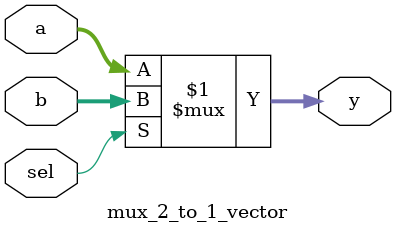
<source format=v>
`timescale 1ns / 1ps
module mux_2_to_1_vector #(parameter SIZE = 4 , DELAY = 3)(
   input wire [SIZE-1:0] a,
   input wire [SIZE-1:0] b,
   input wire sel,
   output wire [SIZE-1:0] y
   );
   
   assign #DELAY y[SIZE-1:0] = sel?b[SIZE-1:0] :a[SIZE-1:0];
       
endmodule

</source>
